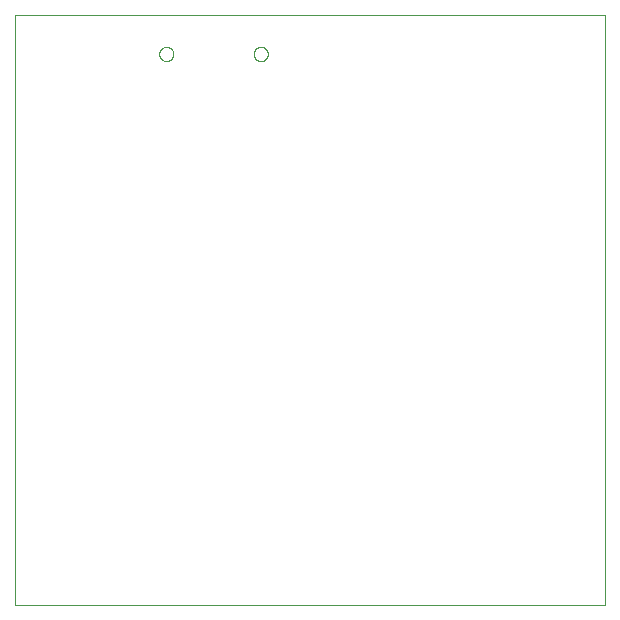
<source format=gtp>
G75*
%MOIN*%
%OFA0B0*%
%FSLAX25Y25*%
%IPPOS*%
%LPD*%
%AMOC8*
5,1,8,0,0,1.08239X$1,22.5*
%
%ADD10C,0.00000*%
D10*
X0001800Y0001800D02*
X0001800Y0198650D01*
X0198650Y0198650D01*
X0198650Y0001800D01*
X0001800Y0001800D01*
X0049940Y0185550D02*
X0049942Y0185647D01*
X0049948Y0185744D01*
X0049958Y0185840D01*
X0049972Y0185936D01*
X0049990Y0186032D01*
X0050011Y0186126D01*
X0050037Y0186220D01*
X0050066Y0186312D01*
X0050100Y0186403D01*
X0050136Y0186493D01*
X0050177Y0186581D01*
X0050221Y0186667D01*
X0050269Y0186752D01*
X0050320Y0186834D01*
X0050374Y0186915D01*
X0050432Y0186993D01*
X0050493Y0187068D01*
X0050556Y0187141D01*
X0050623Y0187212D01*
X0050693Y0187279D01*
X0050765Y0187344D01*
X0050840Y0187405D01*
X0050918Y0187464D01*
X0050997Y0187519D01*
X0051079Y0187571D01*
X0051163Y0187619D01*
X0051249Y0187664D01*
X0051337Y0187706D01*
X0051426Y0187744D01*
X0051517Y0187778D01*
X0051609Y0187808D01*
X0051702Y0187835D01*
X0051797Y0187857D01*
X0051892Y0187876D01*
X0051988Y0187891D01*
X0052084Y0187902D01*
X0052181Y0187909D01*
X0052278Y0187912D01*
X0052375Y0187911D01*
X0052472Y0187906D01*
X0052568Y0187897D01*
X0052664Y0187884D01*
X0052760Y0187867D01*
X0052855Y0187846D01*
X0052948Y0187822D01*
X0053041Y0187793D01*
X0053133Y0187761D01*
X0053223Y0187725D01*
X0053311Y0187686D01*
X0053398Y0187642D01*
X0053483Y0187596D01*
X0053566Y0187545D01*
X0053647Y0187492D01*
X0053725Y0187435D01*
X0053802Y0187375D01*
X0053875Y0187312D01*
X0053946Y0187246D01*
X0054014Y0187177D01*
X0054080Y0187105D01*
X0054142Y0187031D01*
X0054201Y0186954D01*
X0054257Y0186875D01*
X0054310Y0186793D01*
X0054360Y0186710D01*
X0054405Y0186624D01*
X0054448Y0186537D01*
X0054487Y0186448D01*
X0054522Y0186358D01*
X0054553Y0186266D01*
X0054580Y0186173D01*
X0054604Y0186079D01*
X0054624Y0185984D01*
X0054640Y0185888D01*
X0054652Y0185792D01*
X0054660Y0185695D01*
X0054664Y0185598D01*
X0054664Y0185502D01*
X0054660Y0185405D01*
X0054652Y0185308D01*
X0054640Y0185212D01*
X0054624Y0185116D01*
X0054604Y0185021D01*
X0054580Y0184927D01*
X0054553Y0184834D01*
X0054522Y0184742D01*
X0054487Y0184652D01*
X0054448Y0184563D01*
X0054405Y0184476D01*
X0054360Y0184390D01*
X0054310Y0184307D01*
X0054257Y0184225D01*
X0054201Y0184146D01*
X0054142Y0184069D01*
X0054080Y0183995D01*
X0054014Y0183923D01*
X0053946Y0183854D01*
X0053875Y0183788D01*
X0053802Y0183725D01*
X0053725Y0183665D01*
X0053647Y0183608D01*
X0053566Y0183555D01*
X0053483Y0183504D01*
X0053398Y0183458D01*
X0053311Y0183414D01*
X0053223Y0183375D01*
X0053133Y0183339D01*
X0053041Y0183307D01*
X0052948Y0183278D01*
X0052855Y0183254D01*
X0052760Y0183233D01*
X0052664Y0183216D01*
X0052568Y0183203D01*
X0052472Y0183194D01*
X0052375Y0183189D01*
X0052278Y0183188D01*
X0052181Y0183191D01*
X0052084Y0183198D01*
X0051988Y0183209D01*
X0051892Y0183224D01*
X0051797Y0183243D01*
X0051702Y0183265D01*
X0051609Y0183292D01*
X0051517Y0183322D01*
X0051426Y0183356D01*
X0051337Y0183394D01*
X0051249Y0183436D01*
X0051163Y0183481D01*
X0051079Y0183529D01*
X0050997Y0183581D01*
X0050918Y0183636D01*
X0050840Y0183695D01*
X0050765Y0183756D01*
X0050693Y0183821D01*
X0050623Y0183888D01*
X0050556Y0183959D01*
X0050493Y0184032D01*
X0050432Y0184107D01*
X0050374Y0184185D01*
X0050320Y0184266D01*
X0050269Y0184348D01*
X0050221Y0184433D01*
X0050177Y0184519D01*
X0050136Y0184607D01*
X0050100Y0184697D01*
X0050066Y0184788D01*
X0050037Y0184880D01*
X0050011Y0184974D01*
X0049990Y0185068D01*
X0049972Y0185164D01*
X0049958Y0185260D01*
X0049948Y0185356D01*
X0049942Y0185453D01*
X0049940Y0185550D01*
X0081436Y0185550D02*
X0081438Y0185647D01*
X0081444Y0185744D01*
X0081454Y0185840D01*
X0081468Y0185936D01*
X0081486Y0186032D01*
X0081507Y0186126D01*
X0081533Y0186220D01*
X0081562Y0186312D01*
X0081596Y0186403D01*
X0081632Y0186493D01*
X0081673Y0186581D01*
X0081717Y0186667D01*
X0081765Y0186752D01*
X0081816Y0186834D01*
X0081870Y0186915D01*
X0081928Y0186993D01*
X0081989Y0187068D01*
X0082052Y0187141D01*
X0082119Y0187212D01*
X0082189Y0187279D01*
X0082261Y0187344D01*
X0082336Y0187405D01*
X0082414Y0187464D01*
X0082493Y0187519D01*
X0082575Y0187571D01*
X0082659Y0187619D01*
X0082745Y0187664D01*
X0082833Y0187706D01*
X0082922Y0187744D01*
X0083013Y0187778D01*
X0083105Y0187808D01*
X0083198Y0187835D01*
X0083293Y0187857D01*
X0083388Y0187876D01*
X0083484Y0187891D01*
X0083580Y0187902D01*
X0083677Y0187909D01*
X0083774Y0187912D01*
X0083871Y0187911D01*
X0083968Y0187906D01*
X0084064Y0187897D01*
X0084160Y0187884D01*
X0084256Y0187867D01*
X0084351Y0187846D01*
X0084444Y0187822D01*
X0084537Y0187793D01*
X0084629Y0187761D01*
X0084719Y0187725D01*
X0084807Y0187686D01*
X0084894Y0187642D01*
X0084979Y0187596D01*
X0085062Y0187545D01*
X0085143Y0187492D01*
X0085221Y0187435D01*
X0085298Y0187375D01*
X0085371Y0187312D01*
X0085442Y0187246D01*
X0085510Y0187177D01*
X0085576Y0187105D01*
X0085638Y0187031D01*
X0085697Y0186954D01*
X0085753Y0186875D01*
X0085806Y0186793D01*
X0085856Y0186710D01*
X0085901Y0186624D01*
X0085944Y0186537D01*
X0085983Y0186448D01*
X0086018Y0186358D01*
X0086049Y0186266D01*
X0086076Y0186173D01*
X0086100Y0186079D01*
X0086120Y0185984D01*
X0086136Y0185888D01*
X0086148Y0185792D01*
X0086156Y0185695D01*
X0086160Y0185598D01*
X0086160Y0185502D01*
X0086156Y0185405D01*
X0086148Y0185308D01*
X0086136Y0185212D01*
X0086120Y0185116D01*
X0086100Y0185021D01*
X0086076Y0184927D01*
X0086049Y0184834D01*
X0086018Y0184742D01*
X0085983Y0184652D01*
X0085944Y0184563D01*
X0085901Y0184476D01*
X0085856Y0184390D01*
X0085806Y0184307D01*
X0085753Y0184225D01*
X0085697Y0184146D01*
X0085638Y0184069D01*
X0085576Y0183995D01*
X0085510Y0183923D01*
X0085442Y0183854D01*
X0085371Y0183788D01*
X0085298Y0183725D01*
X0085221Y0183665D01*
X0085143Y0183608D01*
X0085062Y0183555D01*
X0084979Y0183504D01*
X0084894Y0183458D01*
X0084807Y0183414D01*
X0084719Y0183375D01*
X0084629Y0183339D01*
X0084537Y0183307D01*
X0084444Y0183278D01*
X0084351Y0183254D01*
X0084256Y0183233D01*
X0084160Y0183216D01*
X0084064Y0183203D01*
X0083968Y0183194D01*
X0083871Y0183189D01*
X0083774Y0183188D01*
X0083677Y0183191D01*
X0083580Y0183198D01*
X0083484Y0183209D01*
X0083388Y0183224D01*
X0083293Y0183243D01*
X0083198Y0183265D01*
X0083105Y0183292D01*
X0083013Y0183322D01*
X0082922Y0183356D01*
X0082833Y0183394D01*
X0082745Y0183436D01*
X0082659Y0183481D01*
X0082575Y0183529D01*
X0082493Y0183581D01*
X0082414Y0183636D01*
X0082336Y0183695D01*
X0082261Y0183756D01*
X0082189Y0183821D01*
X0082119Y0183888D01*
X0082052Y0183959D01*
X0081989Y0184032D01*
X0081928Y0184107D01*
X0081870Y0184185D01*
X0081816Y0184266D01*
X0081765Y0184348D01*
X0081717Y0184433D01*
X0081673Y0184519D01*
X0081632Y0184607D01*
X0081596Y0184697D01*
X0081562Y0184788D01*
X0081533Y0184880D01*
X0081507Y0184974D01*
X0081486Y0185068D01*
X0081468Y0185164D01*
X0081454Y0185260D01*
X0081444Y0185356D01*
X0081438Y0185453D01*
X0081436Y0185550D01*
M02*

</source>
